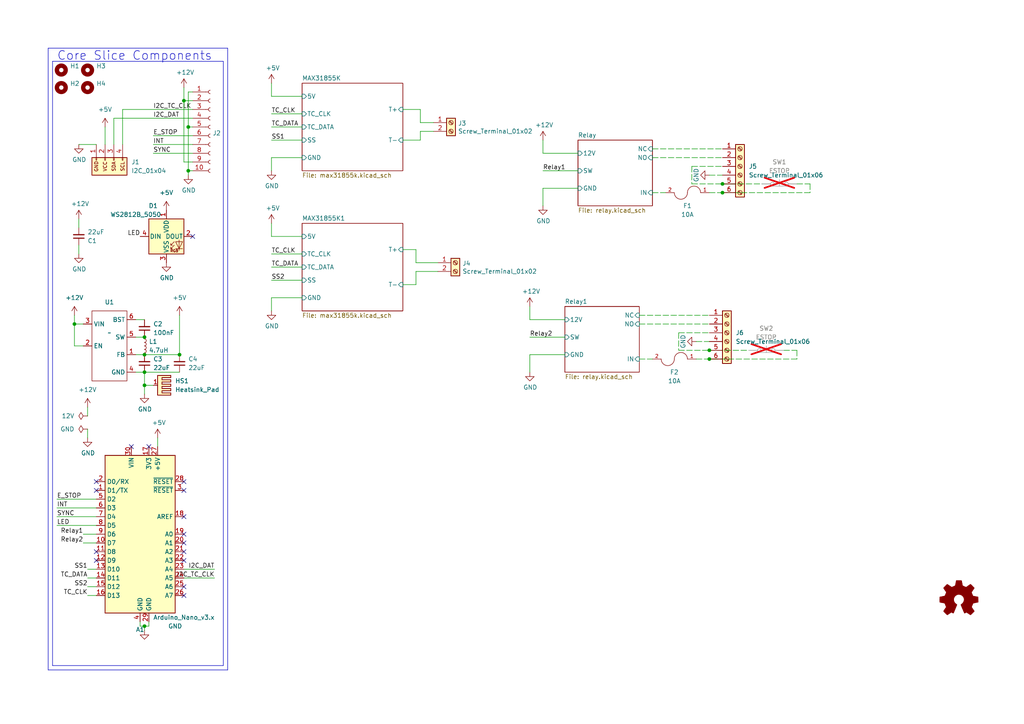
<source format=kicad_sch>
(kicad_sch (version 20231120) (generator "eeschema") (generator_version "8.0")
  (paper "A4")
  (lib_symbols
    (symbol "Connector:Conn_01x10_Female" (pin_names (offset 1.016) hide)
      (property "Reference" "J" (at 0 12.7 0))
      (property "Value" "Conn_01x10_Female" (at 0 -15.24 0))
      (symbol "Conn_01x10_Female_1_1"
        (arc (start 0 -12.192) (mid -0.5058 -12.7) (end 0 -13.208) (stroke (width 0.1524)))
        (arc (start 0 -9.652) (mid -0.5058 -10.16) (end 0 -10.668) (stroke (width 0.1524)))
        (arc (start 0 -7.112) (mid -0.5058 -7.62) (end 0 -8.128) (stroke (width 0.1524)))
        (arc (start 0 -4.572) (mid -0.5058 -5.08) (end 0 -5.588) (stroke (width 0.1524)))
        (arc (start 0 -2.032) (mid -0.5058 -2.54) (end 0 -3.048) (stroke (width 0.1524)))
        (polyline (pts (xy -1.27 -12.7) (xy -0.508 -12.7)) (stroke (width 0.1524)))
        (polyline (pts (xy -1.27 -10.16) (xy -0.508 -10.16)) (stroke (width 0.1524)))
        (polyline (pts (xy -1.27 -7.62) (xy -0.508 -7.62)) (stroke (width 0.1524)))
        (polyline (pts (xy -1.27 -5.08) (xy -0.508 -5.08)) (stroke (width 0.1524)))
        (polyline (pts (xy -1.27 -2.54) (xy -0.508 -2.54)) (stroke (width 0.1524)))
        (polyline (pts (xy -1.27 0) (xy -0.508 0)) (stroke (width 0.1524)))
        (polyline (pts (xy -1.27 2.54) (xy -0.508 2.54)) (stroke (width 0.1524)))
        (polyline (pts (xy -1.27 5.08) (xy -0.508 5.08)) (stroke (width 0.1524)))
        (polyline (pts (xy -1.27 7.62) (xy -0.508 7.62)) (stroke (width 0.1524)))
        (polyline (pts (xy -1.27 10.16) (xy -0.508 10.16)) (stroke (width 0.1524)))
        (arc (start 0 0.508) (mid -0.5058 0) (end 0 -0.508) (stroke (width 0.1524)))
        (arc (start 0 3.048) (mid -0.5058 2.54) (end 0 2.032) (stroke (width 0.1524)))
        (arc (start 0 5.588) (mid -0.5058 5.08) (end 0 4.572) (stroke (width 0.1524)))
        (arc (start 0 8.128) (mid -0.5058 7.62) (end 0 7.112) (stroke (width 0.1524)))
        (arc (start 0 10.668) (mid -0.5058 10.16) (end 0 9.652) (stroke (width 0.1524)))
        (pin passive line (at -5.08 10.16 0) (length 3.81) (name "Pin_1") (number "1"))
        (pin passive line (at -5.08 -12.7 0) (length 3.81) (name "Pin_10") (number "10"))
        (pin passive line (at -5.08 7.62 0) (length 3.81) (name "Pin_2") (number "2"))
        (pin passive line (at -5.08 5.08 0) (length 3.81) (name "Pin_3") (number "3"))
        (pin passive line (at -5.08 2.54 0) (length 3.81) (name "Pin_4") (number "4"))
        (pin passive line (at -5.08 0 0) (length 3.81) (name "Pin_5") (number "5"))
        (pin passive line (at -5.08 -2.54 0) (length 3.81) (name "Pin_6") (number "6"))
        (pin passive line (at -5.08 -5.08 0) (length 3.81) (name "Pin_7") (number "7"))
        (pin passive line (at -5.08 -7.62 0) (length 3.81) (name "Pin_8") (number "8"))
        (pin passive line (at -5.08 -10.16 0) (length 3.81) (name "Pin_9") (number "9"))
      )
    )
    (symbol "Connector:Screw_Terminal_01x02" (pin_names (offset 1.016) hide)
      (property "Reference" "J" (at 0 2.54 0))
      (property "Value" "Screw_Terminal_01x02" (at 0 -5.08 0))
      (symbol "Screw_Terminal_01x02_1_1"
        (rectangle (start -1.27 1.27) (end 1.27 -3.81) (stroke (width 0.254)) (fill (type background)))
        (circle (center 0 -2.54) (radius 0.635) (stroke (width 0.1524)))
        (polyline (pts (xy -0.5334 -2.2098) (xy 0.3302 -3.048)) (stroke (width 0.1524)))
        (polyline (pts (xy -0.5334 0.3302) (xy 0.3302 -0.508)) (stroke (width 0.1524)))
        (polyline (pts (xy -0.3556 -2.032) (xy 0.508 -2.8702)) (stroke (width 0.1524)))
        (polyline (pts (xy -0.3556 0.508) (xy 0.508 -0.3302)) (stroke (width 0.1524)))
        (circle (center 0 0) (radius 0.635) (stroke (width 0.1524)))
        (pin passive line (at -5.08 0 0) (length 3.81) (name "Pin_1") (number "1"))
        (pin passive line (at -5.08 -2.54 0) (length 3.81) (name "Pin_2") (number "2"))
      )
    )
    (symbol "Connector:Screw_Terminal_01x06" (pin_names (offset 1.016) hide)
      (property "Reference" "J" (at 0 7.62 0))
      (property "Value" "Screw_Terminal_01x06" (at 0 -10.16 0))
      (symbol "Screw_Terminal_01x06_1_1"
        (rectangle (start -1.27 6.35) (end 1.27 -8.89) (stroke (width 0.254)) (fill (type background)))
        (circle (center 0 -7.62) (radius 0.635) (stroke (width 0.1524)))
        (circle (center 0 -5.08) (radius 0.635) (stroke (width 0.1524)))
        (circle (center 0 -2.54) (radius 0.635) (stroke (width 0.1524)))
        (polyline (pts (xy -0.5334 -7.2898) (xy 0.3302 -8.128)) (stroke (width 0.1524)))
        (polyline (pts (xy -0.5334 -4.7498) (xy 0.3302 -5.588)) (stroke (width 0.1524)))
        (polyline (pts (xy -0.5334 -2.2098) (xy 0.3302 -3.048)) (stroke (width 0.1524)))
        (polyline (pts (xy -0.5334 0.3302) (xy 0.3302 -0.508)) (stroke (width 0.1524)))
        (polyline (pts (xy -0.5334 2.8702) (xy 0.3302 2.032)) (stroke (width 0.1524)))
        (polyline (pts (xy -0.5334 5.4102) (xy 0.3302 4.572)) (stroke (width 0.1524)))
        (polyline (pts (xy -0.3556 -7.112) (xy 0.508 -7.9502)) (stroke (width 0.1524)))
        (polyline (pts (xy -0.3556 -4.572) (xy 0.508 -5.4102)) (stroke (width 0.1524)))
        (polyline (pts (xy -0.3556 -2.032) (xy 0.508 -2.8702)) (stroke (width 0.1524)))
        (polyline (pts (xy -0.3556 0.508) (xy 0.508 -0.3302)) (stroke (width 0.1524)))
        (polyline (pts (xy -0.3556 3.048) (xy 0.508 2.2098)) (stroke (width 0.1524)))
        (polyline (pts (xy -0.3556 5.588) (xy 0.508 4.7498)) (stroke (width 0.1524)))
        (circle (center 0 0) (radius 0.635) (stroke (width 0.1524)))
        (circle (center 0 2.54) (radius 0.635) (stroke (width 0.1524)))
        (circle (center 0 5.08) (radius 0.635) (stroke (width 0.1524)))
        (pin passive line (at -5.08 5.08 0) (length 3.81) (name "Pin_1") (number "1"))
        (pin passive line (at -5.08 2.54 0) (length 3.81) (name "Pin_2") (number "2"))
        (pin passive line (at -5.08 0 0) (length 3.81) (name "Pin_3") (number "3"))
        (pin passive line (at -5.08 -2.54 0) (length 3.81) (name "Pin_4") (number "4"))
        (pin passive line (at -5.08 -5.08 0) (length 3.81) (name "Pin_5") (number "5"))
        (pin passive line (at -5.08 -7.62 0) (length 3.81) (name "Pin_6") (number "6"))
      )
    )
    (symbol "Device:C_Small" (pin_numbers hide) (pin_names (offset 0.254) hide)
      (property "Reference" "C" (at 0.254 1.778 0))
      (property "Value" "C_Small" (at 0.254 -2.032 0))
      (symbol "C_Small_0_1"
        (polyline (pts (xy -1.524 -0.508) (xy 1.524 -0.508)) (stroke (width 0.3302)))
        (polyline (pts (xy -1.524 0.508) (xy 1.524 0.508)) (stroke (width 0.3048)))
      )
      (symbol "C_Small_1_1"
        (pin passive line (at 0 2.54 270) (length 2.032) (name "~") (number "1"))
        (pin passive line (at 0 -2.54 90) (length 2.032) (name "~") (number "2"))
      )
    )
    (symbol "Device:L_Small" (pin_numbers hide) (pin_names (offset 0.254) hide)
      (property "Reference" "L" (at 0.762 1.016 0))
      (property "Value" "L_Small" (at 0.762 -1.016 0))
      (symbol "L_Small_0_1"
        (arc (start 0 -2.032) (mid 0.5058 -1.524) (end 0 -1.016))
        (arc (start 0 -1.016) (mid 0.5058 -0.508) (end 0 0))
        (arc (start 0 0) (mid 0.5058 0.508) (end 0 1.016))
        (arc (start 0 1.016) (mid 0.5058 1.524) (end 0 2.032))
      )
      (symbol "L_Small_1_1"
        (pin passive line (at 0 2.54 270) (length 0.508) (name "~") (number "1"))
        (pin passive line (at 0 -2.54 90) (length 0.508) (name "~") (number "2"))
      )
    )
    (symbol "Graphic:Logo_Open_Hardware_Small" (in_bom no) (on_board no)
      (symbol "Logo_Open_Hardware_Small_0_1"
        (polyline (pts (xy 3.3528 -4.3434) (xy 3.302 -4.318) (xy 3.175 -4.2418) (xy 2.9972 -4.1148) (xy 2.7686 -3.9624) (xy 2.54 -3.81) (xy 2.3622 -3.7084) (xy 2.2352 -3.6068) (xy 2.1844 -3.5814) (xy 2.159 -3.6068) (xy 2.0574 -3.6576) (xy 1.905 -3.7338) (xy 1.8034 -3.7846) (xy 1.6764 -3.8354) (xy 1.6002 -3.8354) (xy 1.6002 -3.8354) (xy 1.5494 -3.7338) (xy 1.4732 -3.5306) (xy 1.3462 -3.302) (xy 1.2446 -3.0226) (xy 1.1176 -2.7178) (xy 0.9652 -2.413) (xy 0.8636 -2.1082) (xy 0.7366 -1.8288) (xy 0.6604 -1.6256) (xy 0.6096 -1.4732) (xy 0.5842 -1.397) (xy 0.5842 -1.397) (xy 0.6604 -1.3208) (xy 0.7874 -1.2446) (xy 1.0414 -1.016) (xy 1.2954 -0.6858) (xy 1.4478 -0.3302) (xy 1.524 0.0762) (xy 1.4732 0.4572) (xy 1.3208 0.8128) (xy 1.0668 1.143) (xy 0.762 1.3716) (xy 0.4064 1.524) (xy 0 1.5748) (xy -0.381 1.5494) (xy -0.7366 1.397) (xy -1.0668 1.143) (xy -1.2192 0.9906) (xy -1.397 0.6604) (xy -1.524 0.3048) (xy -1.524 0.2286) (xy -1.4986 -0.1778) (xy -1.397 -0.5334) (xy -1.1938 -0.8636) (xy -0.9144 -1.143) (xy -0.8636 -1.1684) (xy -0.7366 -1.27) (xy -0.635 -1.3462) (xy -0.5842 -1.397) (xy -1.0668 -2.5908) (xy -1.143 -2.794) (xy -1.2954 -3.1242) (xy -1.397 -3.4036) (xy -1.4986 -3.6322) (xy -1.5748 -3.7846) (xy -1.6002 -3.8354) (xy -1.6002 -3.8354) (xy -1.651 -3.8354) (xy -1.7272 -3.81) (xy -1.905 -3.7338) (xy -2.0066 -3.683) (xy -2.1336 -3.6068) (xy -2.2098 -3.5814) (xy -2.2606 -3.6068) (xy -2.3622 -3.683) (xy -2.54 -3.81) (xy -2.7686 -3.9624) (xy -2.9718 -4.0894) (xy -3.1496 -4.2164) (xy -3.302 -4.318) (xy -3.3528 -4.3434) (xy -3.3782 -4.3434) (xy -3.429 -4.318) (xy -3.5306 -4.2164) (xy -3.7084 -4.064) (xy -3.937 -3.8354) (xy -3.9624 -3.81) (xy -4.1656 -3.6068) (xy -4.318 -3.4544) (xy -4.4196 -3.3274) (xy -4.445 -3.2766) (xy -4.445 -3.2766) (xy -4.4196 -3.2258) (xy -4.318 -3.0734) (xy -4.2164 -2.8956) (xy -4.064 -2.667) (xy -3.6576 -2.0828) (xy -3.8862 -1.5494) (xy -3.937 -1.3716) (xy -4.0386 -1.1684) (xy -4.0894 -1.0414) (xy -4.1148 -0.9652) (xy -4.191 -0.9398) (xy -4.318 -0.9144) (xy -4.5466 -0.8636) (xy -4.8006 -0.8128) (xy -5.0546 -0.7874) (xy -5.2578 -0.7366) (xy -5.4356 -0.7112) (xy -5.5118 -0.6858) (xy -5.5118 -0.6858) (xy -5.5372 -0.635) (xy -5.5372 -0.5588) (xy -5.5372 -0.4318) (xy -5.5626 -0.2286) (xy -5.5626 0.0762) (xy -5.5626 0.127) (xy -5.5372 0.4064) (xy -5.5372 0.635) (xy -5.5372 0.762) (xy -5.5372 0.8382) (xy -5.5372 0.8382) (xy -5.461 0.8382) (xy -5.3086 0.889) (xy -5.08 0.9144) (xy -4.826 0.9652) (xy -4.8006 0.9906) (xy -4.5466 1.0414) (xy -4.318 1.0668) (xy -4.1656 1.1176) (xy -4.0894 1.143) (xy -4.0894 1.143) (xy -4.0386 1.2446) (xy -3.9624 1.4224) (xy -3.8608 1.6256) (xy -3.7846 1.8288) (xy -3.7084 2.0066) (xy -3.6576 2.159) (xy -3.6322 2.2098) (xy -3.6322 2.2098) (xy -3.683 2.286) (xy -3.7592 2.413) (xy -3.8862 2.5908) (xy -4.064 2.8194) (xy -4.064 2.8448) (xy -4.2164 3.0734) (xy -4.3434 3.2512) (xy -4.4196 3.3782) (xy -4.445 3.4544) (xy -4.445 3.4544) (xy -4.3942 3.5052) (xy -4.2926 3.6322) (xy -4.1148 3.81) (xy -3.937 4.0132) (xy -3.8608 4.064) (xy -3.6576 4.2926) (xy -3.5052 4.4196) (xy -3.4036 4.4958) (xy -3.3528 4.5212) (xy -3.3528 4.5212) (xy -3.302 4.4704) (xy -3.1496 4.3688) (xy -2.9718 4.2418) (xy -2.7432 4.0894) (xy -2.7178 4.0894) (xy -2.4892 3.937) (xy -2.3114 3.81) (xy -2.1844 3.7084) (xy -2.1336 3.683) (xy -2.1082 3.683) (xy -2.032 3.7084) (xy -1.8542 3.7592) (xy -1.6764 3.8354) (xy -1.4732 3.937) (xy -1.27 4.0132) (xy -1.143 4.064) (xy -1.0668 4.1148) (xy -1.0668 4.1148) (xy -1.0414 4.191) (xy -1.016 4.3434) (xy -0.9652 4.572) (xy -0.9144 4.8514) (xy -0.889 4.9022) (xy -0.8382 5.1562) (xy -0.8128 5.3848) (xy -0.7874 5.5372) (xy -0.762 5.588) (xy -0.7112 5.6134) (xy -0.5842 5.6134) (xy -0.4064 5.6134) (xy -0.1524 5.6134) (xy 0.0762 5.6134) (xy 0.3302 5.6134) (xy 0.5334 5.6134) (xy 0.6858 5.588) (xy 0.7366 5.588) (xy 0.7366 5.588) (xy 0.762 5.5118) (xy 0.8128 5.334) (xy 0.8382 5.1054) (xy 0.9144 4.826) (xy 0.9144 4.7752) (xy 0.9652 4.5212) (xy 1.016 4.2926) (xy 1.0414 4.1402) (xy 1.0668 4.0894) (xy 1.0668 4.0894) (xy 1.1938 4.0386) (xy 1.3716 3.9624) (xy 1.5748 3.8608) (xy 2.0828 3.6576) (xy 2.7178 4.0894) (xy 2.7686 4.1402) (xy 2.9972 4.2926) (xy 3.175 4.4196) (xy 3.302 4.4958) (xy 3.3782 4.5212) (xy 3.3782 4.5212) (xy 3.429 4.4704) (xy 3.556 4.3434) (xy 3.7338 4.191) (xy 3.9116 3.9878) (xy 4.064 3.8354) (xy 4.2418 3.6576) (xy 4.3434 3.556) (xy 4.4196 3.4798) (xy 4.4196 3.429) (xy 4.4196 3.4036) (xy 4.3942 3.3274) (xy 4.2926 3.2004) (xy 4.1656 2.9972) (xy 4.0132 2.794) (xy 3.8862 2.5908) (xy 3.7592 2.3876) (xy 3.6576 2.2352) (xy 3.6322 2.159) (xy 3.6322 2.1336) (xy 3.683 2.0066) (xy 3.7592 1.8288) (xy 3.8608 1.6002) (xy 4.064 1.1176) (xy 4.3942 1.0414) (xy 4.5974 1.016) (xy 4.8768 0.9652) (xy 5.1308 0.9144) (xy 5.5372 0.8382) (xy 5.5626 -0.6604) (xy 5.4864 -0.6858) (xy 5.4356 -0.6858) (xy 5.2832 -0.7366) (xy 5.0546 -0.762) (xy 4.8006 -0.8128) (xy 4.5974 -0.8636) (xy 4.3688 -0.9144) (xy 4.2164 -0.9398) (xy 4.1402 -0.9398) (xy 4.1148 -0.9652) (xy 4.064 -1.0668) (xy 3.9878 -1.2446) (xy 3.9116 -1.4478) (xy 3.81 -1.651) (xy 3.7338 -1.8542) (xy 3.683 -2.0066) (xy 3.6576 -2.0828) (xy 3.683 -2.1336) (xy 3.7846 -2.2606) (xy 3.8862 -2.4638) (xy 4.0386 -2.667) (xy 4.191 -2.8956) (xy 4.318 -3.0734) (xy 4.3942 -3.2004) (xy 4.445 -3.2766) (xy 4.4196 -3.3274) (xy 4.3434 -3.429) (xy 4.1656 -3.5814) (xy 3.937 -3.8354) (xy 3.8862 -3.8608) (xy 3.683 -4.064) (xy 3.5306 -4.2164) (xy 3.4036 -4.318) (xy 3.3528 -4.3434)) (fill (type outline)))
      )
    )
    (symbol "MCU_Module:Arduino_Nano_v3.x"
      (property "Reference" "A" (at -10.16 23.495 0))
      (property "Value" "Arduino_Nano_v3.x" (at 5.08 -24.13 0))
      (symbol "Arduino_Nano_v3.x_0_1"
        (rectangle (start -10.16 22.86) (end 10.16 -22.86) (stroke (width 0.254)) (fill (type background)))
      )
      (symbol "Arduino_Nano_v3.x_1_1"
        (pin bidirectional line (at -12.7 12.7 0) (length 2.54) (name "D1/TX") (number "1"))
        (pin bidirectional line (at -12.7 -2.54 0) (length 2.54) (name "D7") (number "10"))
        (pin bidirectional line (at -12.7 -5.08 0) (length 2.54) (name "D8") (number "11"))
        (pin bidirectional line (at -12.7 -7.62 0) (length 2.54) (name "D9") (number "12"))
        (pin bidirectional line (at -12.7 -10.16 0) (length 2.54) (name "D10") (number "13"))
        (pin bidirectional line (at -12.7 -12.7 0) (length 2.54) (name "D11") (number "14"))
        (pin bidirectional line (at -12.7 -15.24 0) (length 2.54) (name "D12") (number "15"))
        (pin bidirectional line (at -12.7 -17.78 0) (length 2.54) (name "D13") (number "16"))
        (pin power_out line (at 2.54 25.4 270) (length 2.54) (name "3V3") (number "17"))
        (pin input line (at 12.7 5.08 180) (length 2.54) (name "AREF") (number "18"))
        (pin bidirectional line (at 12.7 0 180) (length 2.54) (name "A0") (number "19"))
        (pin bidirectional line (at -12.7 15.24 0) (length 2.54) (name "D0/RX") (number "2"))
        (pin bidirectional line (at 12.7 -2.54 180) (length 2.54) (name "A1") (number "20"))
        (pin bidirectional line (at 12.7 -5.08 180) (length 2.54) (name "A2") (number "21"))
        (pin bidirectional line (at 12.7 -7.62 180) (length 2.54) (name "A3") (number "22"))
        (pin bidirectional line (at 12.7 -10.16 180) (length 2.54) (name "A4") (number "23"))
        (pin bidirectional line (at 12.7 -12.7 180) (length 2.54) (name "A5") (number "24"))
        (pin bidirectional line (at 12.7 -15.24 180) (length 2.54) (name "A6") (number "25"))
        (pin bidirectional line (at 12.7 -17.78 180) (length 2.54) (name "A7") (number "26"))
        (pin power_out line (at 5.08 25.4 270) (length 2.54) (name "+5V") (number "27"))
        (pin input line (at 12.7 15.24 180) (length 2.54) (name "~{RESET}") (number "28"))
        (pin power_in line (at 2.54 -25.4 90) (length 2.54) (name "GND") (number "29"))
        (pin input line (at 12.7 12.7 180) (length 2.54) (name "~{RESET}") (number "3"))
        (pin power_in line (at -2.54 25.4 270) (length 2.54) (name "VIN") (number "30"))
        (pin power_in line (at 0 -25.4 90) (length 2.54) (name "GND") (number "4"))
        (pin bidirectional line (at -12.7 10.16 0) (length 2.54) (name "D2") (number "5"))
        (pin bidirectional line (at -12.7 7.62 0) (length 2.54) (name "D3") (number "6"))
        (pin bidirectional line (at -12.7 5.08 0) (length 2.54) (name "D4") (number "7"))
        (pin bidirectional line (at -12.7 2.54 0) (length 2.54) (name "D5") (number "8"))
        (pin bidirectional line (at -12.7 0 0) (length 2.54) (name "D6") (number "9"))
      )
    )
    (symbol "Mechanical:Heatsink_Pad" (pin_names (offset 0))
      (property "Reference" "HS" (at 0 5.715 0))
      (property "Value" "Heatsink_Pad" (at 0 3.81 0))
      (symbol "Heatsink_Pad_0_1"
        (polyline (pts (xy -0.3302 0) (xy -0.9652 0) (xy -0.9652 2.54) (xy -1.6002 2.54) (xy -1.6002 0) (xy -2.2352 0) (xy -2.2352 2.54) (xy -2.8702 2.54) (xy -2.8702 -1.27) (xy -0.9652 -1.27)) (stroke (width 0.254)) (fill (type background)))
        (polyline (pts (xy -0.3302 0) (xy -0.3302 2.54) (xy 0.3048 2.54) (xy 0.3048 0) (xy 0.9398 0) (xy 0.9398 2.54) (xy 1.5748 2.54) (xy 1.5748 0) (xy 2.2098 0) (xy 2.2098 2.54) (xy 2.8448 2.54) (xy 2.8448 -1.27) (xy -0.9652 -1.27)) (stroke (width 0.254)) (fill (type background)))
      )
      (symbol "Heatsink_Pad_1_1"
        (pin passive line (at 0 -2.54 90) (length 1.27) (name "~") (number "1"))
      )
    )
    (symbol "Mechanical:MountingHole" (pin_names (offset 1.016))
      (property "Reference" "H" (at 0 5.08 0))
      (property "Value" "MountingHole" (at 0 3.175 0))
      (symbol "MountingHole_0_1"
        (circle (center 0 0) (radius 1.27) (stroke (width 1.27)))
      )
    )
    (symbol "OCI_UPL_11_Mechanical:FUSE_Blade" (pin_names (offset 0.254))
      (property "Reference" "F" (at 2.54 1.27 0))
      (property "Value" "FUSE_Blade" (at 0 -3.81 0))
      (symbol "FUSE_Blade_0_1"
        (arc (start 0 0) (mid -1.905 1.8967) (end -3.81 0))
        (arc (start 0 0) (mid 1.905 -1.8967) (end 3.81 0))
      )
      (symbol "FUSE_Blade_1_1"
        (pin input line (at -6.35 0 0) (length 2.54) (name "~") (number "1"))
        (pin input line (at 6.35 0 180) (length 2.54) (name "~") (number "2"))
      )
    )
    (symbol "SparkFun-Connector:I2C_01x04" (pin_names (offset 1.016) hide)
      (property "Reference" "J" (at 0 5.08 0))
      (property "Value" "I2C_01x04" (at 0 -7.62 0))
      (symbol "I2C_01x04_1_1"
        (rectangle (start -1.27 -4.953) (end -0.508 -5.207) (stroke (width 0.1524)))
        (rectangle (start -1.27 -2.413) (end -0.508 -2.667) (stroke (width 0.1524)))
        (rectangle (start -1.27 0.127) (end -0.508 -0.127) (stroke (width 0.1524)))
        (rectangle (start -1.27 2.667) (end -0.508 2.413) (stroke (width 0.1524)))
        (rectangle (start -1.27 3.81) (end 3.81 -6.35) (stroke (width 0.254)) (fill (type background)))
        (text "GND" (at 1.27 -5.08 0) (effects (font (size 1 1))))
        (text "SCL" (at 1.27 2.54 0) (effects (font (size 1 1))))
        (text "SDA" (at 1.27 0 0) (effects (font (size 1 1))))
        (text "VCC" (at 1.27 -2.54 0) (effects (font (size 1 1))))
        (pin passive line (at -5.08 -5.08 0) (length 3.81) (name "Pin_1") (number "1"))
        (pin passive line (at -5.08 -2.54 0) (length 3.81) (name "Pin_2") (number "2"))
        (pin passive line (at -5.08 0 0) (length 3.81) (name "Pin_3") (number "3"))
        (pin passive line (at -5.08 2.54 0) (length 3.81) (name "Pin_4") (number "4"))
      )
    )
    (symbol "SparkFun-DiscreteSemi:AP63205"
      (property "Reference" "U" (at 0 7.62 0))
      (symbol "AP63205_0_1"
        (rectangle (start -5.08 6.35) (end 5.08 -13.97))
      )
      (symbol "AP63205_1_1"
        (pin input line (at 7.62 -6.35 180) (length 2.54) (name "FB") (number "1"))
        (pin input line (at -7.62 -3.81 0) (length 2.54) (name "EN") (number "2"))
        (pin input line (at -7.62 2.54 0) (length 2.54) (name "VIN") (number "3"))
        (pin input line (at 7.62 -11.43 180) (length 2.54) (name "GND") (number "4"))
        (pin input line (at 7.62 -1.27 180) (length 2.54) (name "SW") (number "5"))
        (pin input line (at 7.62 3.81 180) (length 2.54) (name "BST") (number "6"))
      )
    )
    (symbol "SparkFun-LED:WS2812B_5050" (pin_names (offset 0.254))
      (property "Reference" "D" (at 5.08 5.715 0))
      (property "Value" "WS2812B_5050" (at 1.27 -5.715 0))
      (symbol "WS2812B_5050_0_0"
        (text "RGB" (at 2.286 -4.191 0) (effects (font (size 0.762 0.762))))
      )
      (symbol "WS2812B_5050_0_1"
        (polyline (pts (xy 1.27 -3.556) (xy 1.778 -3.556)))
        (polyline (pts (xy 1.27 -2.54) (xy 1.778 -2.54)))
        (polyline (pts (xy 4.699 -3.556) (xy 2.667 -3.556)))
        (polyline (pts (xy 2.286 -2.54) (xy 1.27 -3.556) (xy 1.27 -3.048)))
        (polyline (pts (xy 2.286 -1.524) (xy 1.27 -2.54) (xy 1.27 -2.032)))
        (polyline (pts (xy 3.683 -1.016) (xy 3.683 -3.556) (xy 3.683 -4.064)))
        (polyline (pts (xy 4.699 -1.524) (xy 2.667 -1.524) (xy 3.683 -3.556) (xy 4.699 -1.524)))
        (rectangle (start 5.08 5.08) (end -5.08 -5.08) (stroke (width 0.254)) (fill (type background)))
      )
      (symbol "WS2812B_5050_1_1"
        (pin power_in line (at 0 7.62 270) (length 2.54) (name "VDD") (number "1"))
        (pin output line (at 7.62 0 180) (length 2.54) (name "DOUT") (number "2"))
        (pin power_in line (at 0 -7.62 90) (length 2.54) (name "VSS") (number "3"))
        (pin input line (at -7.62 0 0) (length 2.54) (name "DIN") (number "4"))
      )
    )
    (symbol "Switch:SW_Push_Open" (pin_numbers hide) (pin_names (offset 1.016) hide)
      (property "Reference" "SW" (at 0 2.54 0))
      (property "Value" "SW_Push_Open" (at 0 -1.905 0))
      (symbol "SW_Push_Open_0_1"
        (circle (center -2.032 0) (radius 0.508))
        (polyline (pts (xy -2.54 -0.635) (xy 2.54 -0.635)))
        (polyline (pts (xy 0 -0.635) (xy 0 1.27)))
        (circle (center 2.032 0) (radius 0.508))
        (pin passive line (at -5.08 0 0) (length 2.54) (name "A") (number "1"))
      )
      (symbol "SW_Push_Open_1_1"
        (pin passive line (at 5.08 0 180) (length 2.54) (name "B") (number "2"))
      )
    )
    (symbol "power:+12V" (power) (pin_names (offset 0))
      (property "Value" "+12V" (at 0 3.556 0))
      (symbol "+12V_0_1"
        (polyline (pts (xy -0.762 1.27) (xy 0 2.54)))
        (polyline (pts (xy 0 0) (xy 0 2.54)))
        (polyline (pts (xy 0 2.54) (xy 0.762 1.27)))
      )
      (symbol "+12V_1_1"
        (pin power_in line (at 0 0 90) (length 0) hide (name "+12V") (number "1"))
      )
    )
    (symbol "power:+5V" (power) (pin_names (offset 0))
      (property "Value" "+5V" (at 0 3.556 0))
      (symbol "+5V_0_1"
        (polyline (pts (xy -0.762 1.27) (xy 0 2.54)))
        (polyline (pts (xy 0 0) (xy 0 2.54)))
        (polyline (pts (xy 0 2.54) (xy 0.762 1.27)))
      )
      (symbol "+5V_1_1"
        (pin power_in line (at 0 0 90) (length 0) hide (name "+5V") (number "1"))
      )
    )
    (symbol "power:GND" (power) (pin_names (offset 0))
      (property "Value" "GND" (at 0 -3.81 0))
      (symbol "GND_0_1"
        (polyline (pts (xy 0 0) (xy 0 -1.27) (xy 1.27 -1.27) (xy 0 -2.54) (xy -1.27 -1.27) (xy 0 -1.27)))
      )
      (symbol "GND_1_1"
        (pin power_in line (at 0 0 270) (length 0) hide (name "GND") (number "1"))
      )
    )
    (symbol "power:PWR_FLAG" (power) (pin_numbers hide) (pin_names (offset 0) hide)
      (property "Value" "PWR_FLAG" (at 0 3.81 0))
      (symbol "PWR_FLAG_0_0"
        (pin power_out line (at 0 0 90) (length 0) (name "~") (number "1"))
      )
      (symbol "PWR_FLAG_0_1"
        (polyline (pts (xy 0 0) (xy 0 1.27) (xy -1.016 1.905) (xy 0 2.54) (xy 1.016 1.905) (xy 0 1.27)))
      )
    )
  )
  (junction (at 209.55 53.34))
  (junction (at 54.61 49.53))
  (junction (at 41.91 107.95))
  (junction (at 205.74 104.14))
  (junction (at 41.91 111.76))
  (junction (at 41.91 102.87))
  (junction (at 53.34 29.21))
  (junction (at 41.91 181.61))
  (junction (at 54.61 36.83))
  (junction (at 209.55 55.88))
  (junction (at 52.07 102.87))
  (junction (at 41.91 97.79))
  (junction (at 205.74 101.6))
  (junction (at 21.59 93.98))
  (no_connect (at 53.34 162.56))
  (no_connect (at 53.34 170.18))
  (no_connect (at 53.34 149.86))
  (no_connect (at 27.94 142.24))
  (no_connect (at 53.34 172.72))
  (no_connect (at 53.34 154.94))
  (no_connect (at 27.94 162.56))
  (no_connect (at 27.94 139.7))
  (no_connect (at 38.1 129.54))
  (no_connect (at 43.18 129.54))
  (no_connect (at 27.94 160.02))
  (no_connect (at 53.34 160.02))
  (no_connect (at 53.34 139.7))
  (no_connect (at 53.34 142.24))
  (no_connect (at 53.34 157.48))
  (no_connect (at 55.88 68.58))
  (polyline (pts (xy 66.04 194.31) (xy 66.04 13.97)))
  (wire (pts (xy 157.48 49.53) (xy 167.64 49.53)))
  (wire (pts (xy 43.18 181.61) (xy 43.18 180.34)))
  (wire (pts (xy 25.4 172.72) (xy 27.94 172.72)))
  (wire (pts (xy 25.4 167.64) (xy 27.94 167.64)))
  (wire (pts (xy 185.42 104.14) (xy 189.23 104.14)) (stroke (width 0) (type dash)))
  (wire (pts (xy 78.74 81.28) (xy 87.63 81.28)))
  (wire (pts (xy 153.67 92.71) (xy 163.83 92.71)))
  (polyline (pts (xy 66.04 13.97) (xy 13.97 13.97)))
  (wire (pts (xy 22.86 71.12) (xy 22.86 73.66)))
  (wire (pts (xy 121.92 31.75) (xy 116.84 31.75)))
  (wire (pts (xy 25.4 118.11) (xy 25.4 120.65)))
  (wire (pts (xy 78.74 73.66) (xy 87.63 73.66)))
  (wire (pts (xy 78.74 45.72) (xy 87.63 45.72)))
  (wire (pts (xy 185.42 93.98) (xy 205.74 93.98)) (stroke (width 0) (type dash)))
  (wire (pts (xy 157.48 54.61) (xy 167.64 54.61)))
  (wire (pts (xy 41.91 181.61) (xy 43.18 181.61)))
  (wire (pts (xy 157.48 44.45) (xy 167.64 44.45)))
  (wire (pts (xy 21.59 100.33) (xy 21.59 93.98)))
  (wire (pts (xy 44.45 41.91) (xy 55.88 41.91)))
  (wire (pts (xy 157.48 40.64) (xy 157.48 44.45)))
  (wire (pts (xy 127 76.2) (xy 120.65 76.2)))
  (polyline (pts (xy 13.97 13.97) (xy 13.97 194.31)))
  (wire (pts (xy 234.95 55.88) (xy 209.55 55.88)) (stroke (width 0) (type dash)))
  (wire (pts (xy 53.34 29.21) (xy 55.88 29.21)))
  (wire (pts (xy 153.67 88.9) (xy 153.67 92.71)))
  (wire (pts (xy 209.55 53.34) (xy 220.98 53.34)) (stroke (width 0) (type dash)))
  (wire (pts (xy 153.67 97.79) (xy 163.83 97.79)))
  (wire (pts (xy 234.95 53.34) (xy 234.95 55.88)) (stroke (width 0) (type dash)))
  (wire (pts (xy 78.74 64.77) (xy 78.74 68.58)))
  (wire (pts (xy 153.67 107.95) (xy 153.67 102.87)))
  (wire (pts (xy 39.37 92.71) (xy 41.91 92.71)))
  (wire (pts (xy 205.74 101.6) (xy 217.17 101.6)) (stroke (width 0) (type dash)))
  (wire (pts (xy 78.74 27.94) (xy 87.63 27.94)))
  (wire (pts (xy 78.74 40.64) (xy 87.63 40.64)))
  (polyline (pts (xy 13.97 194.31) (xy 66.04 194.31)))
  (wire (pts (xy 53.34 25.4) (xy 53.34 29.21)))
  (wire (pts (xy 87.63 77.47) (xy 78.74 77.47)))
  (wire (pts (xy 22.86 41.91) (xy 27.94 41.91)))
  (wire (pts (xy 200.66 48.26) (xy 209.55 48.26)) (stroke (width 0) (type dash)))
  (wire (pts (xy 121.92 40.64) (xy 121.92 38.1)))
  (wire (pts (xy 54.61 49.53) (xy 54.61 36.83)))
  (wire (pts (xy 25.4 165.1) (xy 27.94 165.1)))
  (wire (pts (xy 55.88 39.37) (xy 44.45 39.37)))
  (wire (pts (xy 116.84 40.64) (xy 121.92 40.64)))
  (wire (pts (xy 157.48 54.61) (xy 157.48 59.69)))
  (polyline (pts (xy 64.77 17.78) (xy 15.24 17.78)))
  (wire (pts (xy 78.74 45.72) (xy 78.74 49.53)))
  (wire (pts (xy 189.23 55.88) (xy 193.04 55.88)) (stroke (width 0) (type dash)))
  (wire (pts (xy 231.14 101.6) (xy 231.14 104.14)) (stroke (width 0) (type dash)))
  (wire (pts (xy 55.88 46.99) (xy 53.34 46.99)))
  (wire (pts (xy 44.45 44.45) (xy 55.88 44.45)))
  (wire (pts (xy 120.65 72.39) (xy 116.84 72.39)))
  (wire (pts (xy 200.66 53.34) (xy 209.55 53.34)) (stroke (width 0) (type dash)))
  (wire (pts (xy 205.74 55.88) (xy 209.55 55.88)) (stroke (width 0) (type dash)))
  (wire (pts (xy 35.56 31.75) (xy 55.88 31.75)))
  (wire (pts (xy 16.51 149.86) (xy 27.94 149.86)))
  (wire (pts (xy 39.37 97.79) (xy 41.91 97.79)))
  (wire (pts (xy 25.4 124.46) (xy 25.4 127)))
  (wire (pts (xy 78.74 24.13) (xy 78.74 27.94)))
  (wire (pts (xy 78.74 86.36) (xy 78.74 90.17)))
  (wire (pts (xy 33.02 34.29) (xy 55.88 34.29)))
  (wire (pts (xy 52.07 102.87) (xy 52.07 91.44)))
  (wire (pts (xy 201.93 99.06) (xy 205.74 99.06)) (stroke (width 0) (type dash)))
  (wire (pts (xy 45.72 127) (xy 45.72 129.54)))
  (wire (pts (xy 40.64 180.34) (xy 40.64 181.61)))
  (wire (pts (xy 39.37 107.95) (xy 41.91 107.95)))
  (wire (pts (xy 185.42 91.44) (xy 205.74 91.44)) (stroke (width 0) (type dash)))
  (wire (pts (xy 227.33 101.6) (xy 231.14 101.6)) (stroke (width 0) (type dash)))
  (wire (pts (xy 21.59 100.33) (xy 24.13 100.33)))
  (wire (pts (xy 120.65 82.55) (xy 120.65 78.74)))
  (wire (pts (xy 120.65 78.74) (xy 127 78.74)))
  (wire (pts (xy 41.91 107.95) (xy 52.07 107.95)))
  (wire (pts (xy 231.14 104.14) (xy 205.74 104.14)) (stroke (width 0) (type dash)))
  (polyline (pts (xy 64.77 193.04) (xy 64.77 17.78)))
  (wire (pts (xy 200.66 48.26) (xy 200.66 53.34)) (stroke (width 0) (type dash)))
  (wire (pts (xy 54.61 26.67) (xy 55.88 26.67)))
  (wire (pts (xy 196.85 96.52) (xy 205.74 96.52)) (stroke (width 0) (type dash)))
  (wire (pts (xy 22.86 63.5) (xy 22.86 66.04)))
  (wire (pts (xy 44.45 111.76) (xy 41.91 111.76)))
  (wire (pts (xy 120.65 76.2) (xy 120.65 72.39)))
  (wire (pts (xy 24.13 157.48) (xy 27.94 157.48)))
  (wire (pts (xy 189.23 45.72) (xy 209.55 45.72)) (stroke (width 0) (type dash)))
  (wire (pts (xy 78.74 86.36) (xy 87.63 86.36)))
  (wire (pts (xy 201.93 104.14) (xy 205.74 104.14)) (stroke (width 0) (type dash)))
  (wire (pts (xy 189.23 43.18) (xy 209.55 43.18)) (stroke (width 0) (type dash)))
  (wire (pts (xy 196.85 96.52) (xy 196.85 101.6)) (stroke (width 0) (type dash)))
  (polyline (pts (xy 15.24 193.04) (xy 64.77 193.04)))
  (wire (pts (xy 55.88 36.83) (xy 54.61 36.83)))
  (wire (pts (xy 16.51 152.4) (xy 27.94 152.4)))
  (wire (pts (xy 40.64 181.61) (xy 41.91 181.61)))
  (wire (pts (xy 41.91 102.87) (xy 52.07 102.87)))
  (wire (pts (xy 41.91 181.61) (xy 41.91 182.88)))
  (wire (pts (xy 27.94 144.78) (xy 16.51 144.78)))
  (wire (pts (xy 196.85 101.6) (xy 205.74 101.6)) (stroke (width 0) (type dash)))
  (wire (pts (xy 25.4 170.18) (xy 27.94 170.18)))
  (wire (pts (xy 116.84 82.55) (xy 120.65 82.55)))
  (wire (pts (xy 153.67 102.87) (xy 163.83 102.87)))
  (wire (pts (xy 53.34 46.99) (xy 53.34 29.21)))
  (wire (pts (xy 121.92 38.1) (xy 125.73 38.1)))
  (wire (pts (xy 54.61 50.8) (xy 54.61 49.53)))
  (wire (pts (xy 205.74 50.8) (xy 209.55 50.8)) (stroke (width 0) (type dash)))
  (wire (pts (xy 121.92 35.56) (xy 121.92 31.75)))
  (wire (pts (xy 125.73 35.56) (xy 121.92 35.56)))
  (wire (pts (xy 16.51 147.32) (xy 27.94 147.32)))
  (wire (pts (xy 53.34 167.64) (xy 62.23 167.64)))
  (wire (pts (xy 231.14 53.34) (xy 234.95 53.34)) (stroke (width 0) (type dash)))
  (wire (pts (xy 78.74 33.02) (xy 87.63 33.02)))
  (wire (pts (xy 39.37 102.87) (xy 41.91 102.87)))
  (wire (pts (xy 54.61 36.83) (xy 54.61 26.67)))
  (wire (pts (xy 24.13 154.94) (xy 27.94 154.94)))
  (wire (pts (xy 62.23 165.1) (xy 53.34 165.1)))
  (wire (pts (xy 33.02 41.91) (xy 33.02 34.29)))
  (wire (pts (xy 87.63 36.83) (xy 78.74 36.83)))
  (wire (pts (xy 55.88 49.53) (xy 54.61 49.53)))
  (wire (pts (xy 35.56 41.91) (xy 35.56 31.75)))
  (wire (pts (xy 41.91 111.76) (xy 41.91 107.95)))
  (wire (pts (xy 21.59 93.98) (xy 24.13 93.98)))
  (wire (pts (xy 41.91 114.3) (xy 41.91 111.76)))
  (wire (pts (xy 78.74 68.58) (xy 87.63 68.58)))
  (wire (pts (xy 30.48 36.83) (xy 30.48 41.91)))
  (wire (pts (xy 21.59 91.44) (xy 21.59 93.98)))
  (polyline (pts (xy 15.24 17.78) (xy 15.24 193.04)))
  (text "Core Slice Components" (at 16.51 17.78 0) (effects (font (size 2.54 2.54)) (justify left bottom)))
  (label "LED" (at 40.64 68.58 180))
  (label "LED" (at 16.51 152.4 0))
  (label "TC_CLK" (at 78.74 33.02 0))
  (label "I2C_TC_CLK" (at 44.45 31.75 0))
  (label "TC_CLK" (at 78.74 73.66 0))
  (label "I2C_DAT" (at 44.45 34.29 0))
  (label "E_STOP" (at 16.51 144.78 0))
  (label "E_STOP" (at 44.45 39.37 0))
  (label "TC_DATA" (at 78.74 77.47 0))
  (label "TC_CLK" (at 25.4 172.72 180))
  (label "SS2" (at 25.4 170.18 180))
  (label "TC_DATA" (at 78.74 36.83 0))
  (label "Relay2" (at 24.13 157.48 180))
  (label "INT" (at 16.51 147.32 0))
  (label "Relay1" (at 24.13 154.94 180))
  (label "TC_DATA" (at 25.4 167.64 180))
  (label "SS1" (at 78.74 40.64 0))
  (label "SYNC" (at 16.51 149.86 0))
  (label "SYNC" (at 44.45 44.45 0))
  (label "SS1" (at 25.4 165.1 180))
  (label "I2C_DAT" (at 62.23 165.1 180))
  (label "INT" (at 44.45 41.91 0))
  (label "SS2" (at 78.74 81.28 0))
  (label "I2C_TC_CLK" (at 62.23 167.64 180))
  (label "Relay1" (at 157.48 49.53 0))
  (label "Relay2" (at 153.67 97.79 0))
  (symbol (lib_id "power:GND") (at 41.91 182.88 0) (unit 1)
    (property "Reference" "#PWR09" (effects (hide yes)))
    (property "Value" "GND" (at 50.8 181.61 0))
  )
  (symbol (lib_id "power:+5V") (at 45.72 127 0) (unit 1)
    (property "Reference" "#PWR010" (effects (hide yes)))
    (property "Value" "+5V" (at 46.101 122.6058 0))
  )
  (symbol (lib_id "power:GND") (at 22.86 73.66 0) (unit 1)
    (property "Reference" "#PWR04" (effects (hide yes)))
    (property "Value" "GND" (at 22.987 78.0542 0))
  )
  (symbol (lib_id "Mechanical:MountingHole") (at 17.78 20.32 0) (unit 1)
    (property "Reference" "H1" (at 20.32 19.1516 0) (effects (justify left)))
    (property "Value" "MountingHole" (effects (hide yes)))
    (property "Footprint" "MountingHole:MountingHole_5mm" (effects (hide yes)))
  )
  (symbol (lib_id "Mechanical:MountingHole") (at 17.78 25.4 0) (unit 1)
    (property "Reference" "H2" (at 20.32 24.2316 0) (effects (justify left)))
    (property "Value" "MountingHole" (effects (hide yes)))
    (property "Footprint" "MountingHole:MountingHole_5mm" (effects (hide yes)))
  )
  (symbol (lib_id "Mechanical:MountingHole") (at 25.4 20.32 0) (unit 1)
    (property "Reference" "H3" (at 27.94 19.1516 0) (effects (justify left)))
    (property "Value" "MountingHole" (effects (hide yes)))
    (property "Footprint" "MountingHole:MountingHole_5mm" (effects (hide yes)))
  )
  (symbol (lib_id "Mechanical:MountingHole") (at 25.4 25.4 0) (unit 1)
    (property "Reference" "H4" (at 27.94 24.2316 0) (effects (justify left)))
    (property "Value" "MountingHole" (effects (hide yes)))
    (property "Footprint" "MountingHole:MountingHole_5mm" (effects (hide yes)))
  )
  (symbol (lib_id "MCU_Module:Arduino_Nano_v3.x") (at 40.64 154.94 0) (unit 1)
    (property "Reference" "A1" (at 40.64 182.6006 0))
    (property "Value" "Arduino_Nano_v3.x" (at 53.34 179.07 0))
    (property "Footprint" "Module:Arduino_Nano" (effects (hide yes)))
    (property "TC_DATAsheet" "http://www.mouser.com/pdfdocs/Gravitech_Arduino_Nano3_0.pdf" (effects (hide yes)))
  )
  (symbol (lib_id "Graphic:Logo_Open_Hardware_Small") (at 278.13 173.99 0) (unit 1) (exclude_from_sim yes)
    (property "Reference" "#SYM1" (effects (hide yes)))
    (property "Value" "Logo_Open_Hardware_Small" (effects (hide yes)))
    (property "Footprint" "Symbol:OSHW-Symbol_6.7x6mm_SilkScreen" (effects (hide yes)))
  )
  (symbol (lib_id "Connector:Conn_01x10_Female") (at 60.96 36.83 0) (unit 1)
    (property "Reference" "J2" (at 61.6712 38.608 0) (effects (justify left)))
    (property "Value" "Conn_01x10_Female" (effects (hide yes)))
    (property "Footprint" "Connector_PinSocket_2.54mm:PinSocket_1x10_P2.54mm_Horizontal" (effects (hide yes)))
  )
  (symbol (lib_id "power:+12V") (at 53.34 25.4 0) (unit 1)
    (property "Reference" "#PWR014" (effects (hide yes)))
    (property "Value" "+12V" (at 53.721 21.0058 0))
  )
  (symbol (lib_id "power:GND") (at 54.61 50.8 0) (unit 1)
    (property "Reference" "#PWR015" (effects (hide yes)))
    (property "Value" "GND" (at 54.737 55.1942 0))
  )
  (symbol (lib_id "power:+12V") (at 22.86 63.5 0) (unit 1)
    (property "Reference" "#PWR03" (effects (hide yes)))
    (property "Value" "+12V" (at 23.241 59.1058 0))
  )
  (symbol (lib_id "power:GND") (at 78.74 49.53 0) (unit 1)
    (property "Reference" "#PWR017" (effects (hide yes)))
    (property "Value" "GND" (at 78.867 53.9242 0))
  )
  (symbol (lib_id "power:+12V") (at 25.4 118.11 0) (unit 1)
    (property "Reference" "#PWR05" (effects (hide yes)))
    (property "Value" "+12V" (at 25.4 113.03 0))
  )
  (symbol (lib_id "power:+5V") (at 78.74 24.13 0) (unit 1)
    (property "Reference" "#PWR016" (effects (hide yes)))
    (property "Value" "+5V" (at 79.121 19.7358 0))
  )
  (symbol (lib_id "power:PWR_FLAG") (at 25.4 120.65 90) (unit 1)
    (property "Reference" "#FLG01" (effects (hide yes)))
    (property "Value" "12V" (at 21.59 120.6499 90) (effects (justify left)))
    (property "Description" "Special symbol for telling ERC where power comes from" (effects (hide yes)))
  )
  (symbol (lib_id "power:GND") (at 157.48 59.69 0) (unit 1)
    (property "Reference" "#PWR027" (effects (hide yes)))
    (property "Value" "GND" (at 157.607 64.0842 0))
  )
  (symbol (lib_id "power:GND") (at 205.74 50.8 270) (unit 1)
    (property "Reference" "#PWR020" (effects (hide yes)))
    (property "Value" "GND" (at 201.93 50.8 0))
  )
  (symbol (lib_id "Device:C_Small") (at 41.91 95.25 180) (unit 1)
    (property "Reference" "C2" (at 44.45 93.9736 0) (effects (justify right)))
    (property "Value" "100nF" (at 44.45 96.5136 0) (effects (justify right)))
    (property "Footprint" "Capacitor_SMD:C_1206_3216Metric" (effects (hide yes)))
  )
  (symbol (lib_id "power:+12V") (at 21.59 91.44 0) (unit 1)
    (property "Reference" "#PWR01" (effects (hide yes)))
    (property "Value" "+12V" (at 21.59 86.36 0))
  )
  (symbol (lib_id "Connector:Screw_Terminal_01x06") (at 214.63 48.26 0) (unit 1)
    (property "Reference" "J5" (at 217.17 48.2599 0) (effects (justify left)))
    (property "Value" "Screw_Terminal_01x06" (at 217.17 50.7999 0) (effects (justify left)))
    (property "Footprint" "TerminalBlock_Phoenix:TerminalBlock_Phoenix_MKDS-1,5-6-5.08_1x06_P5.08mm_Horizontal" (effects (hide yes)))
    (property "Description" "Generic screw terminal, single row, 01x06, script generated (kicad-library-utils/schlib/autogen/connector/)" (effects (hide yes)))
  )
  (symbol (lib_id "Device:C_Small") (at 41.91 105.41 180) (unit 1)
    (property "Reference" "C3" (at 44.45 104.1336 0) (effects (justify right)))
    (property "Value" "22uF" (at 44.45 106.6736 0) (effects (justify right)))
    (property "Footprint" "Capacitor_SMD:C_1206_3216Metric" (effects (hide yes)))
  )
  (symbol (lib_id "Connector:Screw_Terminal_01x06") (at 210.82 96.52 0) (unit 1)
    (property "Reference" "J6" (at 213.36 96.5199 0) (effects (justify left)))
    (property "Value" "Screw_Terminal_01x06" (at 213.36 99.0599 0) (effects (justify left)))
    (property "Footprint" "TerminalBlock_Phoenix:TerminalBlock_Phoenix_MKDS-1,5-6-5.08_1x06_P5.08mm_Horizontal" (effects (hide yes)))
    (property "Description" "Generic screw terminal, single row, 01x06, script generated (kicad-library-utils/schlib/autogen/connector/)" (effects (hide yes)))
  )
  (symbol (lib_id "Switch:SW_Push_Open") (at 222.25 101.6 0) (unit 1) (in_bom no) (on_board no) (dnp yes)
    (property "Reference" "SW2" (at 222.25 95.25 0))
    (property "Value" "ESTOP" (at 222.25 97.79 0))
    (property "Description" "Push button switch, push-to-open, generic, two pins" (effects (hide yes)))
  )
  (symbol (lib_id "SparkFun-DiscreteSemi:AP63205") (at 31.75 96.52 0) (unit 1)
    (property "Reference" "U1" (at 31.75 87.63 0))
    (property "Value" "~" (at 31.75 96.52 0))
    (property "Footprint" "Package_TO_SOT_SMD:TSOT-23-6" (effects (hide yes)))
  )
  (symbol (lib_id "OCI_UPL_11_Mechanical:FUSE_Blade") (at 195.58 104.14 0) (mirror y) (unit 1)
    (property "Reference" "F2" (at 195.58 107.95 0))
    (property "Value" "10A" (at 195.58 110.49 0))
    (property "Footprint" "Fuse:Fuseholder_Clip-5x20mm_Bel_FC-203-22_Lateral_P17.80x5.00mm_D1.17mm_Horizontal" (effects (hide yes)))
    (property "TC_DATAsheet" "https://www.digikey.com/short/q7wbwz" (effects (hide yes)))
    (property "Part #" "3522-2" (effects (hide yes)))
    (property "UPL #" "11.003" (effects (hide yes)))
  )
  (symbol (lib_id "power:GND") (at 25.4 127 0) (unit 1)
    (property "Reference" "#PWR06" (effects (hide yes)))
    (property "Value" "GND" (at 25.527 131.3942 0))
  )
  (symbol (lib_id "Switch:SW_Push_Open") (at 226.06 53.34 0) (unit 1) (in_bom no) (on_board no) (dnp yes)
    (property "Reference" "SW1" (at 226.06 46.99 0))
    (property "Value" "ESTOP" (at 226.06 49.53 0))
    (property "Description" "Push button switch, push-to-open, generic, two pins" (effects (hide yes)))
  )
  (symbol (lib_id "power:GND") (at 41.91 114.3 0) (unit 1)
    (property "Reference" "#PWR08" (effects (hide yes)))
    (property "Value" "GND" (at 42.037 118.6942 0))
  )
  (symbol (lib_id "power:+5V") (at 78.74 64.77 0) (unit 1)
    (property "Reference" "#PWR018" (effects (hide yes)))
    (property "Value" "+5V" (at 79.121 60.3758 0))
  )
  (symbol (lib_id "Mechanical:Heatsink_Pad") (at 46.99 111.76 270) (unit 1)
    (property "Reference" "HS1" (at 50.8 110.4773 90) (effects (justify left)))
    (property "Value" "Heatsink_Pad" (at 50.8 113.0173 90) (effects (justify left)))
    (property "Footprint" "KML-Custom:Thermal Pad" (effects (hide yes)))
  )
  (symbol (lib_id "Connector:Screw_Terminal_01x02") (at 132.08 76.2 0) (unit 1)
    (property "Reference" "J4" (at 134.112 76.4032 0) (effects (justify left)))
    (property "Value" "Screw_Terminal_01x02" (at 134.112 78.7146 0) (effects (justify left)))
    (property "Footprint" "TerminalBlock_Phoenix:TerminalBlock_Phoenix_MPT-0,5-2-2.54_1x02_P2.54mm_Horizontal" (effects (hide yes)))
  )
  (symbol (lib_id "power:+12V") (at 153.67 88.9 0) (unit 1)
    (property "Reference" "#PWR024" (effects (hide yes)))
    (property "Value" "+12V" (at 154.051 84.5058 0))
  )
  (symbol (lib_id "power:PWR_FLAG") (at 25.4 124.46 90) (unit 1)
    (property "Reference" "#FLG02" (effects (hide yes)))
    (property "Value" "GND" (at 21.59 124.4599 90) (effects (justify left)))
    (property "Description" "Special symbol for telling ERC where power comes from" (effects (hide yes)))
  )
  (symbol (lib_id "Device:L_Small") (at 41.91 100.33 0) (unit 1)
    (property "Reference" "L1" (at 43.18 99.06 0) (effects (justify left)))
    (property "Value" "4.7uH" (at 43.18 101.6 0) (effects (justify left)))
    (property "Footprint" "Inductor_SMD:L_1210_3225Metric" (effects (hide yes)))
  )
  (symbol (lib_id "power:GND") (at 78.74 90.17 0) (unit 1)
    (property "Reference" "#PWR019" (effects (hide yes)))
    (property "Value" "GND" (at 78.867 94.5642 0))
  )
  (symbol (lib_id "power:+5V") (at 30.48 36.83 0) (unit 1)
    (property "Reference" "#PWR07" (effects (hide yes)))
    (property "Value" "+5V" (at 30.48 31.75 0))
  )
  (symbol (lib_id "power:GND") (at 153.67 107.95 0) (unit 1)
    (property "Reference" "#PWR025" (effects (hide yes)))
    (property "Value" "GND" (at 153.797 112.3442 0))
  )
  (symbol (lib_id "power:GND") (at 48.26 76.2 0) (unit 1)
    (property "Reference" "#PWR012" (effects (hide yes)))
    (property "Value" "GND" (at 48.387 80.5942 0))
  )
  (symbol (lib_id "power:+5V") (at 52.07 91.44 0) (unit 1)
    (property "Reference" "#PWR013" (effects (hide yes)))
    (property "Value" "+5V" (at 52.07 86.36 0))
  )
  (symbol (lib_id "Device:C_Small") (at 52.07 105.41 180) (unit 1)
    (property "Reference" "C4" (at 54.61 104.1336 0) (effects (justify right)))
    (property "Value" "22uF" (at 54.61 106.6736 0) (effects (justify right)))
    (property "Footprint" "Capacitor_SMD:C_1206_3216Metric" (effects (hide yes)))
  )
  (symbol (lib_id "power:GND") (at 201.93 99.06 270) (unit 1)
    (property "Reference" "#PWR021" (effects (hide yes)))
    (property "Value" "GND" (at 198.12 99.06 0))
  )
  (symbol (lib_id "power:GND") (at 22.86 41.91 0) (unit 1)
    (property "Reference" "#PWR02" (effects (hide yes)))
    (property "Value" "GND" (at 22.987 46.3042 0))
  )
  (symbol (lib_id "OCI_UPL_11_Mechanical:FUSE_Blade") (at 199.39 55.88 0) (mirror y) (unit 1)
    (property "Reference" "F1" (at 199.39 59.69 0))
    (property "Value" "10A" (at 199.39 62.23 0))
    (property "Footprint" "Fuse:Fuseholder_Clip-5x20mm_Bel_FC-203-22_Lateral_P17.80x5.00mm_D1.17mm_Horizontal" (effects (hide yes)))
    (property "TC_DATAsheet" "https://www.digikey.com/short/q7wbwz" (effects (hide yes)))
    (property "Part #" "3522-2" (effects (hide yes)))
    (property "UPL #" "11.003" (effects (hide yes)))
  )
  (symbol (lib_id "power:+5V") (at 48.26 60.96 0) (unit 1)
    (property "Reference" "#PWR011" (effects (hide yes)))
    (property "Value" "+5V" (at 48.26 55.88 0))
  )
  (symbol (lib_id "Connector:Screw_Terminal_01x02") (at 130.81 35.56 0) (unit 1)
    (property "Reference" "J3" (at 132.842 35.7632 0) (effects (justify left)))
    (property "Value" "Screw_Terminal_01x02" (at 132.842 38.0746 0) (effects (justify left)))
    (property "Footprint" "TerminalBlock_Phoenix:TerminalBlock_Phoenix_MPT-0,5-2-2.54_1x02_P2.54mm_Horizontal" (effects (hide yes)))
  )
  (symbol (lib_id "SparkFun-LED:WS2812B_5050") (at 48.26 68.58 0) (unit 1)
    (property "Reference" "D1" (at 44.45 59.69 0))
    (property "Value" "WS2812B_5050" (at 39.37 62.23 0))
    (property "Footprint" "SparkFun-LED:WS2812-5050-4PIN" (effects (hide yes)))
    (property "TC_DATAsheet" "https://cdn.sparkfun.com/TC_DATAsheets/BreakoutBoards/WS2812B.pdf" (effects (hide yes)))
  )
  (symbol (lib_id "power:+12V") (at 157.48 40.64 0) (unit 1)
    (property "Reference" "#PWR026" (effects (hide yes)))
    (property "Value" "+12V" (at 157.861 36.2458 0))
  )
  (symbol (lib_id "Device:C_Small") (at 22.86 68.58 0) (mirror x) (unit 1)
    (property "Reference" "C1" (at 25.4 69.8437 0) (effects (justify left)))
    (property "Value" "22uF" (at 25.4 67.3037 0) (effects (justify left)))
    (property "Footprint" "Capacitor_SMD:C_1206_3216Metric" (effects (hide yes)))
  )
  (symbol (lib_id "SparkFun-Connector:I2C_01x04") (at 33.02 46.99 270) (unit 1)
    (property "Reference" "J1" (at 38.1 46.99 90) (effects (justify left)))
    (property "Value" "I2C_01x04" (at 38.1 49.53 90) (effects (justify left)))
    (property "Footprint" "Connector_JST:JST_SH_SM04B-SRSS-TB_1x04-1MP_P1.00mm_Horizontal" (effects (hide yes)))
  )
  (sheet (at 163.83 88.9) (size 21.59 19.05) (stroke (width 0.1524))
    (property "Sheetname" "Relay1" (at 163.83 88.1884 0) (effects (justify left bottom)))
    (property "Sheetfile" "relay.kicad_sch" (at 163.83 108.5346 0) (effects (justify left top)))
    (pin "IN" input (at 185.42 104.14 0))
    (pin "SW" input (at 163.83 97.79 180))
    (pin "NC" input (at 185.42 91.44 0))
    (pin "NO" input (at 185.42 93.98 0))
    (pin "12V" input (at 163.83 92.71 180))
    (pin "GND" input (at 163.83 102.87 180))
  )
  (sheet (at 87.63 24.13) (size 29.21 25.4) (stroke (width 0.1524))
    (property "Sheetname" "MAX31855K" (at 87.63 23.4184 0) (effects (justify left bottom)))
    (property "Sheetfile" "max31855k.kicad_sch" (at 87.63 50.1146 0) (effects (justify left top)))
    (pin "5V" input (at 87.63 27.94 180))
    (pin "TC_CLK" input (at 87.63 33.02 180))
    (pin "SS" input (at 87.63 40.64 180))
    (pin "TC_DATA" input (at 87.63 36.83 180))
    (pin "GND" input (at 87.63 45.72 180))
    (pin "T+" input (at 116.84 31.75 0))
    (pin "T-" input (at 116.84 40.64 0))
  )
  (sheet (at 87.63 64.77) (size 29.21 25.4) (stroke (width 0.1524))
    (property "Sheetname" "MAX31855K1" (at 87.63 64.0584 0) (effects (justify left bottom)))
    (property "Sheetfile" "max31855k.kicad_sch" (at 87.63 90.7546 0) (effects (justify left top)))
    (pin "5V" input (at 87.63 68.58 180))
    (pin "TC_CLK" input (at 87.63 73.66 180))
    (pin "SS" input (at 87.63 81.28 180))
    (pin "TC_DATA" input (at 87.63 77.47 180))
    (pin "GND" input (at 87.63 86.36 180))
    (pin "T+" input (at 116.84 72.39 0))
    (pin "T-" input (at 116.84 82.55 0))
  )
  (sheet (at 167.64 40.64) (size 21.59 19.05) (stroke (width 0.1524))
    (property "Sheetname" "Relay" (at 167.64 39.9284 0) (effects (justify left bottom)))
    (property "Sheetfile" "relay.kicad_sch" (at 167.64 60.2746 0) (effects (justify left top)))
    (pin "IN" input (at 189.23 55.88 0))
    (pin "SW" input (at 167.64 49.53 180))
    (pin "NC" input (at 189.23 43.18 0))
    (pin "NO" input (at 189.23 45.72 0))
    (pin "12V" input (at 167.64 44.45 180))
    (pin "GND" input (at 167.64 54.61 180))
  )
)
</source>
